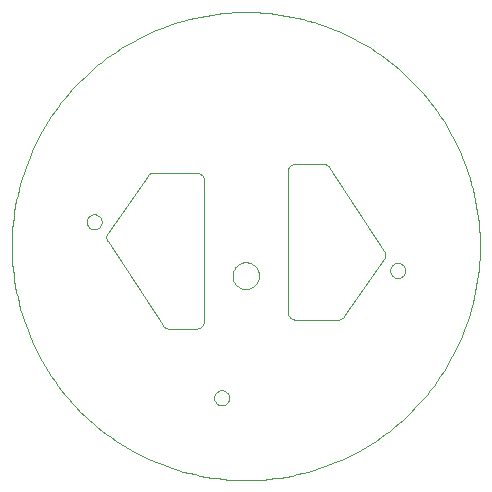
<source format=gko>
G75*
%MOIN*%
%OFA0B0*%
%FSLAX24Y24*%
%IPPOS*%
%LPD*%
%AMOC8*
5,1,8,0,0,1.08239X$1,22.5*
%
%ADD10C,0.0010*%
%ADD11C,0.0000*%
D10*
X001360Y009160D02*
X001362Y009351D01*
X001369Y009543D01*
X001381Y009734D01*
X001398Y009925D01*
X001419Y010115D01*
X001444Y010304D01*
X001475Y010494D01*
X001510Y010682D01*
X001550Y010869D01*
X001594Y011055D01*
X001643Y011240D01*
X001696Y011424D01*
X001754Y011607D01*
X001816Y011788D01*
X001883Y011967D01*
X001954Y012145D01*
X002029Y012321D01*
X002109Y012495D01*
X002193Y012667D01*
X002281Y012837D01*
X002373Y013005D01*
X002470Y013170D01*
X002570Y013333D01*
X002675Y013493D01*
X002783Y013651D01*
X002895Y013806D01*
X003011Y013959D01*
X003131Y014108D01*
X003254Y014255D01*
X003381Y014398D01*
X003511Y014538D01*
X003645Y014675D01*
X003782Y014809D01*
X003922Y014939D01*
X004065Y015066D01*
X004212Y015189D01*
X004361Y015309D01*
X004514Y015425D01*
X004669Y015537D01*
X004827Y015645D01*
X004987Y015750D01*
X005150Y015850D01*
X005315Y015947D01*
X005483Y016039D01*
X005653Y016127D01*
X005825Y016211D01*
X005999Y016291D01*
X006175Y016366D01*
X006353Y016437D01*
X006532Y016504D01*
X006713Y016566D01*
X006896Y016624D01*
X007080Y016677D01*
X007265Y016726D01*
X007451Y016770D01*
X007638Y016810D01*
X007826Y016845D01*
X008016Y016876D01*
X008205Y016901D01*
X008395Y016922D01*
X008586Y016939D01*
X008777Y016951D01*
X008969Y016958D01*
X009160Y016960D01*
X009351Y016958D01*
X009543Y016951D01*
X009734Y016939D01*
X009925Y016922D01*
X010115Y016901D01*
X010304Y016876D01*
X010494Y016845D01*
X010682Y016810D01*
X010869Y016770D01*
X011055Y016726D01*
X011240Y016677D01*
X011424Y016624D01*
X011607Y016566D01*
X011788Y016504D01*
X011967Y016437D01*
X012145Y016366D01*
X012321Y016291D01*
X012495Y016211D01*
X012667Y016127D01*
X012837Y016039D01*
X013005Y015947D01*
X013170Y015850D01*
X013333Y015750D01*
X013493Y015645D01*
X013651Y015537D01*
X013806Y015425D01*
X013959Y015309D01*
X014108Y015189D01*
X014255Y015066D01*
X014398Y014939D01*
X014538Y014809D01*
X014675Y014675D01*
X014809Y014538D01*
X014939Y014398D01*
X015066Y014255D01*
X015189Y014108D01*
X015309Y013959D01*
X015425Y013806D01*
X015537Y013651D01*
X015645Y013493D01*
X015750Y013333D01*
X015850Y013170D01*
X015947Y013005D01*
X016039Y012837D01*
X016127Y012667D01*
X016211Y012495D01*
X016291Y012321D01*
X016366Y012145D01*
X016437Y011967D01*
X016504Y011788D01*
X016566Y011607D01*
X016624Y011424D01*
X016677Y011240D01*
X016726Y011055D01*
X016770Y010869D01*
X016810Y010682D01*
X016845Y010494D01*
X016876Y010304D01*
X016901Y010115D01*
X016922Y009925D01*
X016939Y009734D01*
X016951Y009543D01*
X016958Y009351D01*
X016960Y009160D01*
X016958Y008969D01*
X016951Y008777D01*
X016939Y008586D01*
X016922Y008395D01*
X016901Y008205D01*
X016876Y008016D01*
X016845Y007826D01*
X016810Y007638D01*
X016770Y007451D01*
X016726Y007265D01*
X016677Y007080D01*
X016624Y006896D01*
X016566Y006713D01*
X016504Y006532D01*
X016437Y006353D01*
X016366Y006175D01*
X016291Y005999D01*
X016211Y005825D01*
X016127Y005653D01*
X016039Y005483D01*
X015947Y005315D01*
X015850Y005150D01*
X015750Y004987D01*
X015645Y004827D01*
X015537Y004669D01*
X015425Y004514D01*
X015309Y004361D01*
X015189Y004212D01*
X015066Y004065D01*
X014939Y003922D01*
X014809Y003782D01*
X014675Y003645D01*
X014538Y003511D01*
X014398Y003381D01*
X014255Y003254D01*
X014108Y003131D01*
X013959Y003011D01*
X013806Y002895D01*
X013651Y002783D01*
X013493Y002675D01*
X013333Y002570D01*
X013170Y002470D01*
X013005Y002373D01*
X012837Y002281D01*
X012667Y002193D01*
X012495Y002109D01*
X012321Y002029D01*
X012145Y001954D01*
X011967Y001883D01*
X011788Y001816D01*
X011607Y001754D01*
X011424Y001696D01*
X011240Y001643D01*
X011055Y001594D01*
X010869Y001550D01*
X010682Y001510D01*
X010494Y001475D01*
X010304Y001444D01*
X010115Y001419D01*
X009925Y001398D01*
X009734Y001381D01*
X009543Y001369D01*
X009351Y001362D01*
X009160Y001360D01*
X008969Y001362D01*
X008777Y001369D01*
X008586Y001381D01*
X008395Y001398D01*
X008205Y001419D01*
X008016Y001444D01*
X007826Y001475D01*
X007638Y001510D01*
X007451Y001550D01*
X007265Y001594D01*
X007080Y001643D01*
X006896Y001696D01*
X006713Y001754D01*
X006532Y001816D01*
X006353Y001883D01*
X006175Y001954D01*
X005999Y002029D01*
X005825Y002109D01*
X005653Y002193D01*
X005483Y002281D01*
X005315Y002373D01*
X005150Y002470D01*
X004987Y002570D01*
X004827Y002675D01*
X004669Y002783D01*
X004514Y002895D01*
X004361Y003011D01*
X004212Y003131D01*
X004065Y003254D01*
X003922Y003381D01*
X003782Y003511D01*
X003645Y003645D01*
X003511Y003782D01*
X003381Y003922D01*
X003254Y004065D01*
X003131Y004212D01*
X003011Y004361D01*
X002895Y004514D01*
X002783Y004669D01*
X002675Y004827D01*
X002570Y004987D01*
X002470Y005150D01*
X002373Y005315D01*
X002281Y005483D01*
X002193Y005653D01*
X002109Y005825D01*
X002029Y005999D01*
X001954Y006175D01*
X001883Y006353D01*
X001816Y006532D01*
X001754Y006713D01*
X001696Y006896D01*
X001643Y007080D01*
X001594Y007265D01*
X001550Y007451D01*
X001510Y007638D01*
X001475Y007826D01*
X001444Y008016D01*
X001419Y008205D01*
X001398Y008395D01*
X001381Y008586D01*
X001369Y008777D01*
X001362Y008969D01*
X001360Y009160D01*
D11*
X004552Y009320D02*
X006386Y006523D01*
X006595Y006410D02*
X007510Y006410D01*
X007540Y006412D01*
X007570Y006417D01*
X007599Y006426D01*
X007626Y006439D01*
X007652Y006454D01*
X007676Y006473D01*
X007697Y006494D01*
X007716Y006518D01*
X007731Y006544D01*
X007744Y006571D01*
X007753Y006600D01*
X007758Y006630D01*
X007760Y006660D01*
X007760Y011360D01*
X007758Y011390D01*
X007753Y011420D01*
X007744Y011449D01*
X007731Y011476D01*
X007716Y011502D01*
X007697Y011526D01*
X007676Y011547D01*
X007652Y011566D01*
X007626Y011581D01*
X007599Y011594D01*
X007570Y011603D01*
X007540Y011608D01*
X007510Y011610D01*
X006090Y011610D01*
X005885Y011503D02*
X004554Y009598D01*
X004539Y009573D01*
X004527Y009546D01*
X004518Y009518D01*
X004513Y009489D01*
X004511Y009459D01*
X004512Y009430D01*
X004517Y009401D01*
X004526Y009373D01*
X004537Y009345D01*
X004552Y009320D01*
X003852Y009970D02*
X003854Y010001D01*
X003860Y010032D01*
X003870Y010062D01*
X003883Y010090D01*
X003900Y010117D01*
X003920Y010141D01*
X003943Y010163D01*
X003968Y010181D01*
X003996Y010196D01*
X004025Y010208D01*
X004055Y010216D01*
X004086Y010220D01*
X004118Y010220D01*
X004149Y010216D01*
X004179Y010208D01*
X004208Y010196D01*
X004236Y010181D01*
X004261Y010163D01*
X004284Y010141D01*
X004304Y010117D01*
X004321Y010090D01*
X004334Y010062D01*
X004344Y010032D01*
X004350Y010001D01*
X004352Y009970D01*
X004350Y009939D01*
X004344Y009908D01*
X004334Y009878D01*
X004321Y009850D01*
X004304Y009823D01*
X004284Y009799D01*
X004261Y009777D01*
X004236Y009759D01*
X004208Y009744D01*
X004179Y009732D01*
X004149Y009724D01*
X004118Y009720D01*
X004086Y009720D01*
X004055Y009724D01*
X004025Y009732D01*
X003996Y009744D01*
X003968Y009759D01*
X003943Y009777D01*
X003920Y009799D01*
X003900Y009823D01*
X003883Y009850D01*
X003870Y009878D01*
X003860Y009908D01*
X003854Y009939D01*
X003852Y009970D01*
X005885Y011503D02*
X005904Y011527D01*
X005925Y011548D01*
X005949Y011566D01*
X005974Y011582D01*
X006002Y011594D01*
X006031Y011603D01*
X006060Y011608D01*
X006090Y011610D01*
X008715Y008176D02*
X008717Y008218D01*
X008723Y008259D01*
X008732Y008300D01*
X008746Y008339D01*
X008763Y008377D01*
X008784Y008413D01*
X008807Y008448D01*
X008834Y008479D01*
X008864Y008509D01*
X008897Y008535D01*
X008932Y008558D01*
X008968Y008578D01*
X009007Y008594D01*
X009047Y008606D01*
X009087Y008615D01*
X009129Y008620D01*
X009170Y008621D01*
X009212Y008618D01*
X009253Y008611D01*
X009294Y008600D01*
X009333Y008586D01*
X009370Y008568D01*
X009406Y008547D01*
X009440Y008522D01*
X009471Y008494D01*
X009499Y008464D01*
X009525Y008431D01*
X009547Y008395D01*
X009566Y008358D01*
X009581Y008319D01*
X009593Y008279D01*
X009601Y008238D01*
X009605Y008197D01*
X009605Y008155D01*
X009601Y008114D01*
X009593Y008073D01*
X009581Y008033D01*
X009566Y007994D01*
X009547Y007957D01*
X009525Y007921D01*
X009499Y007888D01*
X009471Y007858D01*
X009440Y007830D01*
X009406Y007805D01*
X009370Y007784D01*
X009333Y007766D01*
X009294Y007752D01*
X009253Y007741D01*
X009212Y007734D01*
X009170Y007731D01*
X009129Y007732D01*
X009087Y007737D01*
X009047Y007746D01*
X009007Y007758D01*
X008968Y007774D01*
X008932Y007794D01*
X008897Y007817D01*
X008864Y007843D01*
X008834Y007873D01*
X008807Y007904D01*
X008784Y007939D01*
X008763Y007975D01*
X008746Y008013D01*
X008732Y008052D01*
X008723Y008093D01*
X008717Y008134D01*
X008715Y008176D01*
X010560Y006960D02*
X010560Y011660D01*
X010562Y011690D01*
X010567Y011720D01*
X010576Y011749D01*
X010589Y011776D01*
X010604Y011802D01*
X010623Y011826D01*
X010644Y011847D01*
X010668Y011866D01*
X010694Y011881D01*
X010721Y011894D01*
X010750Y011903D01*
X010780Y011908D01*
X010810Y011910D01*
X011725Y011910D01*
X011934Y011797D02*
X013768Y009000D01*
X013783Y008975D01*
X013794Y008947D01*
X013803Y008919D01*
X013808Y008890D01*
X013809Y008861D01*
X013807Y008831D01*
X013802Y008802D01*
X013793Y008774D01*
X013781Y008747D01*
X013766Y008722D01*
X012435Y006817D01*
X012230Y006710D02*
X010810Y006710D01*
X010780Y006712D01*
X010750Y006717D01*
X010721Y006726D01*
X010694Y006739D01*
X010668Y006754D01*
X010644Y006773D01*
X010623Y006794D01*
X010604Y006818D01*
X010589Y006844D01*
X010576Y006871D01*
X010567Y006900D01*
X010562Y006930D01*
X010560Y006960D01*
X012230Y006710D02*
X012260Y006712D01*
X012289Y006717D01*
X012318Y006726D01*
X012346Y006738D01*
X012371Y006754D01*
X012395Y006772D01*
X012416Y006793D01*
X012435Y006817D01*
X013968Y008350D02*
X013970Y008381D01*
X013976Y008412D01*
X013986Y008442D01*
X013999Y008470D01*
X014016Y008497D01*
X014036Y008521D01*
X014059Y008543D01*
X014084Y008561D01*
X014112Y008576D01*
X014141Y008588D01*
X014171Y008596D01*
X014202Y008600D01*
X014234Y008600D01*
X014265Y008596D01*
X014295Y008588D01*
X014324Y008576D01*
X014352Y008561D01*
X014377Y008543D01*
X014400Y008521D01*
X014420Y008497D01*
X014437Y008470D01*
X014450Y008442D01*
X014460Y008412D01*
X014466Y008381D01*
X014468Y008350D01*
X014466Y008319D01*
X014460Y008288D01*
X014450Y008258D01*
X014437Y008230D01*
X014420Y008203D01*
X014400Y008179D01*
X014377Y008157D01*
X014352Y008139D01*
X014324Y008124D01*
X014295Y008112D01*
X014265Y008104D01*
X014234Y008100D01*
X014202Y008100D01*
X014171Y008104D01*
X014141Y008112D01*
X014112Y008124D01*
X014084Y008139D01*
X014059Y008157D01*
X014036Y008179D01*
X014016Y008203D01*
X013999Y008230D01*
X013986Y008258D01*
X013976Y008288D01*
X013970Y008319D01*
X013968Y008350D01*
X011934Y011797D02*
X011916Y011822D01*
X011894Y011844D01*
X011870Y011864D01*
X011844Y011880D01*
X011816Y011893D01*
X011786Y011902D01*
X011756Y011908D01*
X011725Y011910D01*
X006595Y006410D02*
X006564Y006412D01*
X006534Y006418D01*
X006504Y006427D01*
X006476Y006440D01*
X006450Y006456D01*
X006426Y006476D01*
X006404Y006498D01*
X006386Y006523D01*
X008100Y004102D02*
X008102Y004133D01*
X008108Y004164D01*
X008118Y004194D01*
X008131Y004222D01*
X008148Y004249D01*
X008168Y004273D01*
X008191Y004295D01*
X008216Y004313D01*
X008244Y004328D01*
X008273Y004340D01*
X008303Y004348D01*
X008334Y004352D01*
X008366Y004352D01*
X008397Y004348D01*
X008427Y004340D01*
X008456Y004328D01*
X008484Y004313D01*
X008509Y004295D01*
X008532Y004273D01*
X008552Y004249D01*
X008569Y004222D01*
X008582Y004194D01*
X008592Y004164D01*
X008598Y004133D01*
X008600Y004102D01*
X008598Y004071D01*
X008592Y004040D01*
X008582Y004010D01*
X008569Y003982D01*
X008552Y003955D01*
X008532Y003931D01*
X008509Y003909D01*
X008484Y003891D01*
X008456Y003876D01*
X008427Y003864D01*
X008397Y003856D01*
X008366Y003852D01*
X008334Y003852D01*
X008303Y003856D01*
X008273Y003864D01*
X008244Y003876D01*
X008216Y003891D01*
X008191Y003909D01*
X008168Y003931D01*
X008148Y003955D01*
X008131Y003982D01*
X008118Y004010D01*
X008108Y004040D01*
X008102Y004071D01*
X008100Y004102D01*
M02*

</source>
